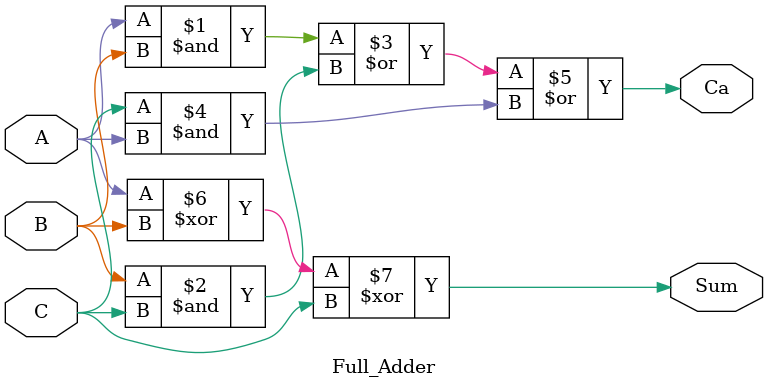
<source format=v>
`timescale 1ns / 1ps

// Author      : Venu Pabbuleti 
// ID          : N180116
//Branch       : ECE
//Project Name : FPGA IMPLIMENTATION USING VERILOG ON NEXYS 4 DDR FPGA BOARD
//Design  Name : Full Adder
//Module  Name : Full_Adder
//RGUKT NUZVID 
//////////////////////////////////////////////////////////////////////////////////


module Full_Adder(A,B,C,Ca,Sum);

input A,B,C;
output Ca,Sum;

assign Ca = (A & B) | (B & C ) | (C & A) ;
assign Sum = A ^ B ^ C;

endmodule

</source>
